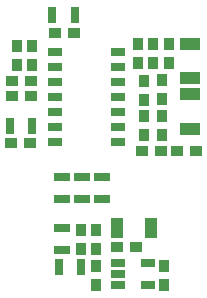
<source format=gbp>
G04*
G04 #@! TF.GenerationSoftware,Altium Limited,Altium Designer,22.6.1 (34)*
G04*
G04 Layer_Color=3931*
%FSLAX25Y25*%
%MOIN*%
G70*
G04*
G04 #@! TF.SameCoordinates,8414C9FA-97DA-49A9-B933-D5EF8910B524*
G04*
G04*
G04 #@! TF.FilePolarity,Positive*
G04*
G01*
G75*
%ADD19R,0.04194X0.03494*%
%ADD21R,0.03150X0.05512*%
%ADD22R,0.05512X0.03150*%
%ADD28R,0.03494X0.04194*%
%ADD176R,0.06693X0.03937*%
%ADD177R,0.04724X0.02756*%
%ADD178R,0.03937X0.06693*%
%ADD179R,0.05039X0.02677*%
D19*
X339961Y52165D02*
D03*
X333661D02*
D03*
X345472D02*
D03*
X351772D02*
D03*
X325393Y20079D02*
D03*
X331693D02*
D03*
X290157Y54921D02*
D03*
X296457D02*
D03*
X296654Y70472D02*
D03*
X290354D02*
D03*
X296654Y75590D02*
D03*
X290354D02*
D03*
X310991Y91696D02*
D03*
X304691D02*
D03*
D21*
X313386Y13386D02*
D03*
X305906D02*
D03*
X297047Y60630D02*
D03*
X289567D02*
D03*
X311221Y97638D02*
D03*
X303740D02*
D03*
D22*
X307087Y43701D02*
D03*
Y36220D02*
D03*
X313779Y43701D02*
D03*
Y36220D02*
D03*
X320472Y43701D02*
D03*
Y36220D02*
D03*
X307087Y26575D02*
D03*
Y19094D02*
D03*
D28*
X334252Y63977D02*
D03*
Y57677D02*
D03*
X340354D02*
D03*
Y63977D02*
D03*
X334252Y75591D02*
D03*
Y69291D02*
D03*
X340354Y75788D02*
D03*
Y69488D02*
D03*
X337402Y81495D02*
D03*
Y87795D02*
D03*
X332283D02*
D03*
Y81495D02*
D03*
X342520D02*
D03*
Y87795D02*
D03*
X318504Y7677D02*
D03*
Y13977D02*
D03*
X313189Y19685D02*
D03*
Y25985D02*
D03*
X318504Y19685D02*
D03*
Y25985D02*
D03*
X341142Y7677D02*
D03*
Y13977D02*
D03*
X291929Y80905D02*
D03*
Y87205D02*
D03*
X297047D02*
D03*
Y80905D02*
D03*
D176*
X349606Y59646D02*
D03*
Y71063D02*
D03*
Y76378D02*
D03*
Y87795D02*
D03*
D177*
X335827Y14961D02*
D03*
Y7480D02*
D03*
X325590Y14961D02*
D03*
Y11220D02*
D03*
Y7480D02*
D03*
D178*
X325197Y26575D02*
D03*
X336614D02*
D03*
D179*
X304685Y85079D02*
D03*
X325630D02*
D03*
X304685Y80079D02*
D03*
X325630D02*
D03*
X304685Y75079D02*
D03*
X325630D02*
D03*
X304685Y70079D02*
D03*
X325630D02*
D03*
X304685Y65079D02*
D03*
X325630D02*
D03*
X304685Y60079D02*
D03*
X325630D02*
D03*
X304685Y55079D02*
D03*
X325630D02*
D03*
X304685D02*
D03*
X325630D02*
D03*
M02*

</source>
